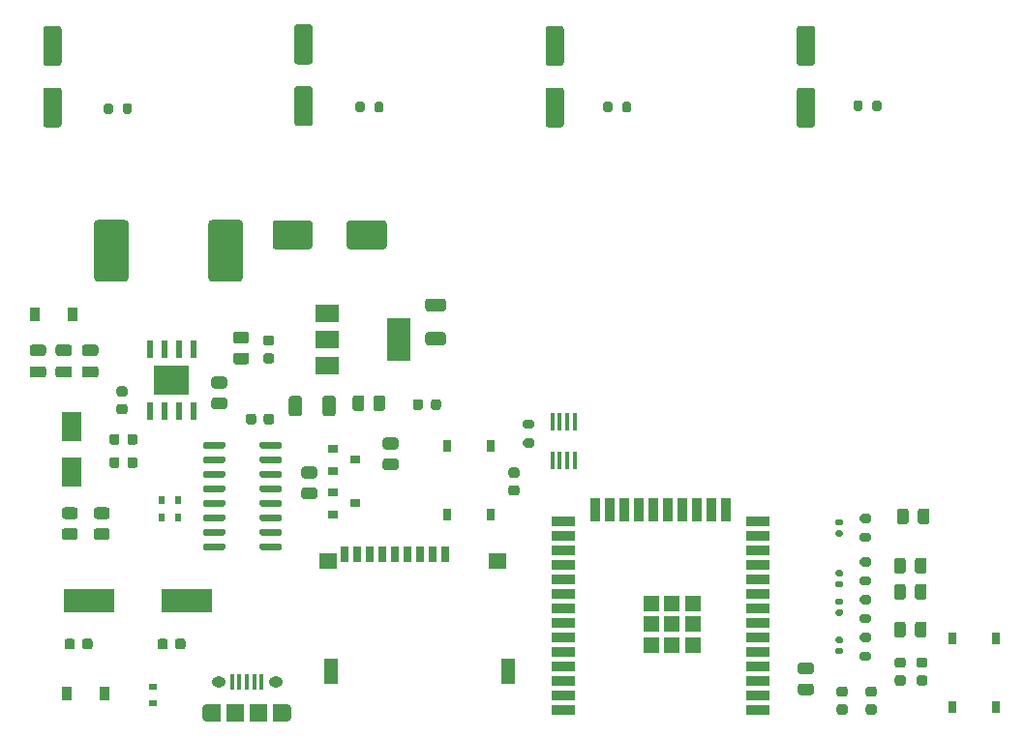
<source format=gtp>
G04 #@! TF.GenerationSoftware,KiCad,Pcbnew,(5.1.9)-1*
G04 #@! TF.CreationDate,2021-11-23T21:03:05+05:30*
G04 #@! TF.ProjectId,Onyx PCB,4f6e7978-2050-4434-922e-6b696361645f,rev?*
G04 #@! TF.SameCoordinates,Original*
G04 #@! TF.FileFunction,Paste,Top*
G04 #@! TF.FilePolarity,Positive*
%FSLAX46Y46*%
G04 Gerber Fmt 4.6, Leading zero omitted, Abs format (unit mm)*
G04 Created by KiCad (PCBNEW (5.1.9)-1) date 2021-11-23 21:03:05*
%MOMM*%
%LPD*%
G01*
G04 APERTURE LIST*
%ADD10R,1.330000X1.330000*%
%ADD11R,2.000000X0.900000*%
%ADD12R,0.900000X2.000000*%
%ADD13O,1.250000X0.950000*%
%ADD14R,1.200000X1.550000*%
%ADD15O,0.890000X1.550000*%
%ADD16R,1.500000X1.550000*%
%ADD17R,0.400000X1.350000*%
%ADD18R,4.500000X2.000000*%
%ADD19R,1.800000X2.500000*%
%ADD20R,2.000000X1.500000*%
%ADD21R,2.000000X3.800000*%
%ADD22R,0.300000X1.600000*%
%ADD23R,0.600000X1.550000*%
%ADD24R,3.100000X2.600000*%
%ADD25R,0.750000X1.000000*%
%ADD26R,0.900000X0.800000*%
%ADD27R,1.200000X2.200000*%
%ADD28R,1.600000X1.400000*%
%ADD29R,0.700000X1.400000*%
%ADD30R,0.900000X1.200000*%
%ADD31R,0.600000X0.700000*%
%ADD32R,0.700000X0.600000*%
G04 APERTURE END LIST*
D10*
X176965000Y-136260000D03*
X178800000Y-136260000D03*
X180635000Y-136260000D03*
X176965000Y-138095000D03*
X178800000Y-138095000D03*
X180635000Y-138095000D03*
X176965000Y-139930000D03*
X178800000Y-139930000D03*
X180635000Y-139930000D03*
D11*
X169300000Y-145595000D03*
X169300000Y-144325000D03*
X169300000Y-143055000D03*
X169300000Y-141785000D03*
X169300000Y-140515000D03*
X169300000Y-139245000D03*
X169300000Y-137975000D03*
X169300000Y-136705000D03*
X169300000Y-135435000D03*
X169300000Y-134165000D03*
X169300000Y-132895000D03*
X169300000Y-131625000D03*
X169300000Y-130355000D03*
X169300000Y-129085000D03*
D12*
X172085000Y-128085000D03*
X173355000Y-128085000D03*
X174625000Y-128085000D03*
X175895000Y-128085000D03*
X177165000Y-128085000D03*
X178435000Y-128085000D03*
X179705000Y-128085000D03*
X180975000Y-128085000D03*
X182245000Y-128085000D03*
X183515000Y-128085000D03*
D11*
X186300000Y-129085000D03*
X186300000Y-130355000D03*
X186300000Y-131625000D03*
X186300000Y-132895000D03*
X186300000Y-134165000D03*
X186300000Y-135435000D03*
X186300000Y-136705000D03*
X186300000Y-137975000D03*
X186300000Y-139245000D03*
X186300000Y-140515000D03*
X186300000Y-141785000D03*
X186300000Y-143055000D03*
X186300000Y-144325000D03*
X186300000Y-145595000D03*
G36*
G01*
X196465000Y-144455000D02*
X195965000Y-144455000D01*
G75*
G02*
X195740000Y-144230000I0J225000D01*
G01*
X195740000Y-143780000D01*
G75*
G02*
X195965000Y-143555000I225000J0D01*
G01*
X196465000Y-143555000D01*
G75*
G02*
X196690000Y-143780000I0J-225000D01*
G01*
X196690000Y-144230000D01*
G75*
G02*
X196465000Y-144455000I-225000J0D01*
G01*
G37*
G36*
G01*
X196465000Y-146005000D02*
X195965000Y-146005000D01*
G75*
G02*
X195740000Y-145780000I0J225000D01*
G01*
X195740000Y-145330000D01*
G75*
G02*
X195965000Y-145105000I225000J0D01*
G01*
X196465000Y-145105000D01*
G75*
G02*
X196690000Y-145330000I0J-225000D01*
G01*
X196690000Y-145780000D01*
G75*
G02*
X196465000Y-146005000I-225000J0D01*
G01*
G37*
G36*
G01*
X193925000Y-144455000D02*
X193425000Y-144455000D01*
G75*
G02*
X193200000Y-144230000I0J225000D01*
G01*
X193200000Y-143780000D01*
G75*
G02*
X193425000Y-143555000I225000J0D01*
G01*
X193925000Y-143555000D01*
G75*
G02*
X194150000Y-143780000I0J-225000D01*
G01*
X194150000Y-144230000D01*
G75*
G02*
X193925000Y-144455000I-225000J0D01*
G01*
G37*
G36*
G01*
X193925000Y-146005000D02*
X193425000Y-146005000D01*
G75*
G02*
X193200000Y-145780000I0J225000D01*
G01*
X193200000Y-145330000D01*
G75*
G02*
X193425000Y-145105000I225000J0D01*
G01*
X193925000Y-145105000D01*
G75*
G02*
X194150000Y-145330000I0J-225000D01*
G01*
X194150000Y-145780000D01*
G75*
G02*
X193925000Y-146005000I-225000J0D01*
G01*
G37*
D13*
X144105000Y-143126000D03*
X139105000Y-143126000D03*
D14*
X144505000Y-145826000D03*
X138705000Y-145826000D03*
D15*
X145105000Y-145826000D03*
D16*
X142605000Y-145826000D03*
X140605000Y-145826000D03*
D15*
X138105000Y-145826000D03*
D17*
X142905000Y-143126000D03*
X142255000Y-143126000D03*
X141605000Y-143126000D03*
X140955000Y-143126000D03*
X140305000Y-143126000D03*
G36*
G01*
X142724000Y-122578000D02*
X142724000Y-122278000D01*
G75*
G02*
X142874000Y-122128000I150000J0D01*
G01*
X144524000Y-122128000D01*
G75*
G02*
X144674000Y-122278000I0J-150000D01*
G01*
X144674000Y-122578000D01*
G75*
G02*
X144524000Y-122728000I-150000J0D01*
G01*
X142874000Y-122728000D01*
G75*
G02*
X142724000Y-122578000I0J150000D01*
G01*
G37*
G36*
G01*
X142724000Y-123848000D02*
X142724000Y-123548000D01*
G75*
G02*
X142874000Y-123398000I150000J0D01*
G01*
X144524000Y-123398000D01*
G75*
G02*
X144674000Y-123548000I0J-150000D01*
G01*
X144674000Y-123848000D01*
G75*
G02*
X144524000Y-123998000I-150000J0D01*
G01*
X142874000Y-123998000D01*
G75*
G02*
X142724000Y-123848000I0J150000D01*
G01*
G37*
G36*
G01*
X142724000Y-125118000D02*
X142724000Y-124818000D01*
G75*
G02*
X142874000Y-124668000I150000J0D01*
G01*
X144524000Y-124668000D01*
G75*
G02*
X144674000Y-124818000I0J-150000D01*
G01*
X144674000Y-125118000D01*
G75*
G02*
X144524000Y-125268000I-150000J0D01*
G01*
X142874000Y-125268000D01*
G75*
G02*
X142724000Y-125118000I0J150000D01*
G01*
G37*
G36*
G01*
X142724000Y-126388000D02*
X142724000Y-126088000D01*
G75*
G02*
X142874000Y-125938000I150000J0D01*
G01*
X144524000Y-125938000D01*
G75*
G02*
X144674000Y-126088000I0J-150000D01*
G01*
X144674000Y-126388000D01*
G75*
G02*
X144524000Y-126538000I-150000J0D01*
G01*
X142874000Y-126538000D01*
G75*
G02*
X142724000Y-126388000I0J150000D01*
G01*
G37*
G36*
G01*
X142724000Y-127658000D02*
X142724000Y-127358000D01*
G75*
G02*
X142874000Y-127208000I150000J0D01*
G01*
X144524000Y-127208000D01*
G75*
G02*
X144674000Y-127358000I0J-150000D01*
G01*
X144674000Y-127658000D01*
G75*
G02*
X144524000Y-127808000I-150000J0D01*
G01*
X142874000Y-127808000D01*
G75*
G02*
X142724000Y-127658000I0J150000D01*
G01*
G37*
G36*
G01*
X142724000Y-128928000D02*
X142724000Y-128628000D01*
G75*
G02*
X142874000Y-128478000I150000J0D01*
G01*
X144524000Y-128478000D01*
G75*
G02*
X144674000Y-128628000I0J-150000D01*
G01*
X144674000Y-128928000D01*
G75*
G02*
X144524000Y-129078000I-150000J0D01*
G01*
X142874000Y-129078000D01*
G75*
G02*
X142724000Y-128928000I0J150000D01*
G01*
G37*
G36*
G01*
X142724000Y-130198000D02*
X142724000Y-129898000D01*
G75*
G02*
X142874000Y-129748000I150000J0D01*
G01*
X144524000Y-129748000D01*
G75*
G02*
X144674000Y-129898000I0J-150000D01*
G01*
X144674000Y-130198000D01*
G75*
G02*
X144524000Y-130348000I-150000J0D01*
G01*
X142874000Y-130348000D01*
G75*
G02*
X142724000Y-130198000I0J150000D01*
G01*
G37*
G36*
G01*
X142724000Y-131468000D02*
X142724000Y-131168000D01*
G75*
G02*
X142874000Y-131018000I150000J0D01*
G01*
X144524000Y-131018000D01*
G75*
G02*
X144674000Y-131168000I0J-150000D01*
G01*
X144674000Y-131468000D01*
G75*
G02*
X144524000Y-131618000I-150000J0D01*
G01*
X142874000Y-131618000D01*
G75*
G02*
X142724000Y-131468000I0J150000D01*
G01*
G37*
G36*
G01*
X137774000Y-131468000D02*
X137774000Y-131168000D01*
G75*
G02*
X137924000Y-131018000I150000J0D01*
G01*
X139574000Y-131018000D01*
G75*
G02*
X139724000Y-131168000I0J-150000D01*
G01*
X139724000Y-131468000D01*
G75*
G02*
X139574000Y-131618000I-150000J0D01*
G01*
X137924000Y-131618000D01*
G75*
G02*
X137774000Y-131468000I0J150000D01*
G01*
G37*
G36*
G01*
X137774000Y-130198000D02*
X137774000Y-129898000D01*
G75*
G02*
X137924000Y-129748000I150000J0D01*
G01*
X139574000Y-129748000D01*
G75*
G02*
X139724000Y-129898000I0J-150000D01*
G01*
X139724000Y-130198000D01*
G75*
G02*
X139574000Y-130348000I-150000J0D01*
G01*
X137924000Y-130348000D01*
G75*
G02*
X137774000Y-130198000I0J150000D01*
G01*
G37*
G36*
G01*
X137774000Y-128928000D02*
X137774000Y-128628000D01*
G75*
G02*
X137924000Y-128478000I150000J0D01*
G01*
X139574000Y-128478000D01*
G75*
G02*
X139724000Y-128628000I0J-150000D01*
G01*
X139724000Y-128928000D01*
G75*
G02*
X139574000Y-129078000I-150000J0D01*
G01*
X137924000Y-129078000D01*
G75*
G02*
X137774000Y-128928000I0J150000D01*
G01*
G37*
G36*
G01*
X137774000Y-127658000D02*
X137774000Y-127358000D01*
G75*
G02*
X137924000Y-127208000I150000J0D01*
G01*
X139574000Y-127208000D01*
G75*
G02*
X139724000Y-127358000I0J-150000D01*
G01*
X139724000Y-127658000D01*
G75*
G02*
X139574000Y-127808000I-150000J0D01*
G01*
X137924000Y-127808000D01*
G75*
G02*
X137774000Y-127658000I0J150000D01*
G01*
G37*
G36*
G01*
X137774000Y-126388000D02*
X137774000Y-126088000D01*
G75*
G02*
X137924000Y-125938000I150000J0D01*
G01*
X139574000Y-125938000D01*
G75*
G02*
X139724000Y-126088000I0J-150000D01*
G01*
X139724000Y-126388000D01*
G75*
G02*
X139574000Y-126538000I-150000J0D01*
G01*
X137924000Y-126538000D01*
G75*
G02*
X137774000Y-126388000I0J150000D01*
G01*
G37*
G36*
G01*
X137774000Y-125118000D02*
X137774000Y-124818000D01*
G75*
G02*
X137924000Y-124668000I150000J0D01*
G01*
X139574000Y-124668000D01*
G75*
G02*
X139724000Y-124818000I0J-150000D01*
G01*
X139724000Y-125118000D01*
G75*
G02*
X139574000Y-125268000I-150000J0D01*
G01*
X137924000Y-125268000D01*
G75*
G02*
X137774000Y-125118000I0J150000D01*
G01*
G37*
G36*
G01*
X137774000Y-123848000D02*
X137774000Y-123548000D01*
G75*
G02*
X137924000Y-123398000I150000J0D01*
G01*
X139574000Y-123398000D01*
G75*
G02*
X139724000Y-123548000I0J-150000D01*
G01*
X139724000Y-123848000D01*
G75*
G02*
X139574000Y-123998000I-150000J0D01*
G01*
X137924000Y-123998000D01*
G75*
G02*
X137774000Y-123848000I0J150000D01*
G01*
G37*
G36*
G01*
X137774000Y-122578000D02*
X137774000Y-122278000D01*
G75*
G02*
X137924000Y-122128000I150000J0D01*
G01*
X139574000Y-122128000D01*
G75*
G02*
X139724000Y-122278000I0J-150000D01*
G01*
X139724000Y-122578000D01*
G75*
G02*
X139574000Y-122728000I-150000J0D01*
G01*
X137924000Y-122728000D01*
G75*
G02*
X137774000Y-122578000I0J150000D01*
G01*
G37*
D18*
X136330000Y-136017000D03*
X127830000Y-136017000D03*
G36*
G01*
X129355002Y-128886000D02*
X128454998Y-128886000D01*
G75*
G02*
X128205000Y-128636002I0J249998D01*
G01*
X128205000Y-128110998D01*
G75*
G02*
X128454998Y-127861000I249998J0D01*
G01*
X129355002Y-127861000D01*
G75*
G02*
X129605000Y-128110998I0J-249998D01*
G01*
X129605000Y-128636002D01*
G75*
G02*
X129355002Y-128886000I-249998J0D01*
G01*
G37*
G36*
G01*
X129355002Y-130711000D02*
X128454998Y-130711000D01*
G75*
G02*
X128205000Y-130461002I0J249998D01*
G01*
X128205000Y-129935998D01*
G75*
G02*
X128454998Y-129686000I249998J0D01*
G01*
X129355002Y-129686000D01*
G75*
G02*
X129605000Y-129935998I0J-249998D01*
G01*
X129605000Y-130461002D01*
G75*
G02*
X129355002Y-130711000I-249998J0D01*
G01*
G37*
G36*
G01*
X126561002Y-128886000D02*
X125660998Y-128886000D01*
G75*
G02*
X125411000Y-128636002I0J249998D01*
G01*
X125411000Y-128110998D01*
G75*
G02*
X125660998Y-127861000I249998J0D01*
G01*
X126561002Y-127861000D01*
G75*
G02*
X126811000Y-128110998I0J-249998D01*
G01*
X126811000Y-128636002D01*
G75*
G02*
X126561002Y-128886000I-249998J0D01*
G01*
G37*
G36*
G01*
X126561002Y-130711000D02*
X125660998Y-130711000D01*
G75*
G02*
X125411000Y-130461002I0J249998D01*
G01*
X125411000Y-129935998D01*
G75*
G02*
X125660998Y-129686000I249998J0D01*
G01*
X126561002Y-129686000D01*
G75*
G02*
X126811000Y-129935998I0J-249998D01*
G01*
X126811000Y-130461002D01*
G75*
G02*
X126561002Y-130711000I-249998J0D01*
G01*
G37*
G36*
G01*
X130460000Y-123695750D02*
X130460000Y-124208250D01*
G75*
G02*
X130241250Y-124427000I-218750J0D01*
G01*
X129803750Y-124427000D01*
G75*
G02*
X129585000Y-124208250I0J218750D01*
G01*
X129585000Y-123695750D01*
G75*
G02*
X129803750Y-123477000I218750J0D01*
G01*
X130241250Y-123477000D01*
G75*
G02*
X130460000Y-123695750I0J-218750D01*
G01*
G37*
G36*
G01*
X132035000Y-123695750D02*
X132035000Y-124208250D01*
G75*
G02*
X131816250Y-124427000I-218750J0D01*
G01*
X131378750Y-124427000D01*
G75*
G02*
X131160000Y-124208250I0J218750D01*
G01*
X131160000Y-123695750D01*
G75*
G02*
X131378750Y-123477000I218750J0D01*
G01*
X131816250Y-123477000D01*
G75*
G02*
X132035000Y-123695750I0J-218750D01*
G01*
G37*
G36*
G01*
X130460000Y-121663750D02*
X130460000Y-122176250D01*
G75*
G02*
X130241250Y-122395000I-218750J0D01*
G01*
X129803750Y-122395000D01*
G75*
G02*
X129585000Y-122176250I0J218750D01*
G01*
X129585000Y-121663750D01*
G75*
G02*
X129803750Y-121445000I218750J0D01*
G01*
X130241250Y-121445000D01*
G75*
G02*
X130460000Y-121663750I0J-218750D01*
G01*
G37*
G36*
G01*
X132035000Y-121663750D02*
X132035000Y-122176250D01*
G75*
G02*
X131816250Y-122395000I-218750J0D01*
G01*
X131378750Y-122395000D01*
G75*
G02*
X131160000Y-122176250I0J218750D01*
G01*
X131160000Y-121663750D01*
G75*
G02*
X131378750Y-121445000I218750J0D01*
G01*
X131816250Y-121445000D01*
G75*
G02*
X132035000Y-121663750I0J-218750D01*
G01*
G37*
G36*
G01*
X142423000Y-119892000D02*
X142423000Y-120392000D01*
G75*
G02*
X142198000Y-120617000I-225000J0D01*
G01*
X141748000Y-120617000D01*
G75*
G02*
X141523000Y-120392000I0J225000D01*
G01*
X141523000Y-119892000D01*
G75*
G02*
X141748000Y-119667000I225000J0D01*
G01*
X142198000Y-119667000D01*
G75*
G02*
X142423000Y-119892000I0J-225000D01*
G01*
G37*
G36*
G01*
X143973000Y-119892000D02*
X143973000Y-120392000D01*
G75*
G02*
X143748000Y-120617000I-225000J0D01*
G01*
X143298000Y-120617000D01*
G75*
G02*
X143073000Y-120392000I0J225000D01*
G01*
X143073000Y-119892000D01*
G75*
G02*
X143298000Y-119667000I225000J0D01*
G01*
X143748000Y-119667000D01*
G75*
G02*
X143973000Y-119892000I0J-225000D01*
G01*
G37*
G36*
G01*
X135326000Y-140077000D02*
X135326000Y-139577000D01*
G75*
G02*
X135551000Y-139352000I225000J0D01*
G01*
X136001000Y-139352000D01*
G75*
G02*
X136226000Y-139577000I0J-225000D01*
G01*
X136226000Y-140077000D01*
G75*
G02*
X136001000Y-140302000I-225000J0D01*
G01*
X135551000Y-140302000D01*
G75*
G02*
X135326000Y-140077000I0J225000D01*
G01*
G37*
G36*
G01*
X133776000Y-140077000D02*
X133776000Y-139577000D01*
G75*
G02*
X134001000Y-139352000I225000J0D01*
G01*
X134451000Y-139352000D01*
G75*
G02*
X134676000Y-139577000I0J-225000D01*
G01*
X134676000Y-140077000D01*
G75*
G02*
X134451000Y-140302000I-225000J0D01*
G01*
X134001000Y-140302000D01*
G75*
G02*
X133776000Y-140077000I0J225000D01*
G01*
G37*
G36*
G01*
X127198000Y-140077000D02*
X127198000Y-139577000D01*
G75*
G02*
X127423000Y-139352000I225000J0D01*
G01*
X127873000Y-139352000D01*
G75*
G02*
X128098000Y-139577000I0J-225000D01*
G01*
X128098000Y-140077000D01*
G75*
G02*
X127873000Y-140302000I-225000J0D01*
G01*
X127423000Y-140302000D01*
G75*
G02*
X127198000Y-140077000I0J225000D01*
G01*
G37*
G36*
G01*
X125648000Y-140077000D02*
X125648000Y-139577000D01*
G75*
G02*
X125873000Y-139352000I225000J0D01*
G01*
X126323000Y-139352000D01*
G75*
G02*
X126548000Y-139577000I0J-225000D01*
G01*
X126548000Y-140077000D01*
G75*
G02*
X126323000Y-140302000I-225000J0D01*
G01*
X125873000Y-140302000D01*
G75*
G02*
X125648000Y-140077000I0J225000D01*
G01*
G37*
G36*
G01*
X143760000Y-113721000D02*
X143260000Y-113721000D01*
G75*
G02*
X143035000Y-113496000I0J225000D01*
G01*
X143035000Y-113046000D01*
G75*
G02*
X143260000Y-112821000I225000J0D01*
G01*
X143760000Y-112821000D01*
G75*
G02*
X143985000Y-113046000I0J-225000D01*
G01*
X143985000Y-113496000D01*
G75*
G02*
X143760000Y-113721000I-225000J0D01*
G01*
G37*
G36*
G01*
X143760000Y-115271000D02*
X143260000Y-115271000D01*
G75*
G02*
X143035000Y-115046000I0J225000D01*
G01*
X143035000Y-114596000D01*
G75*
G02*
X143260000Y-114371000I225000J0D01*
G01*
X143760000Y-114371000D01*
G75*
G02*
X143985000Y-114596000I0J-225000D01*
G01*
X143985000Y-115046000D01*
G75*
G02*
X143760000Y-115271000I-225000J0D01*
G01*
G37*
G36*
G01*
X195982000Y-139656000D02*
X195432000Y-139656000D01*
G75*
G02*
X195232000Y-139456000I0J200000D01*
G01*
X195232000Y-139056000D01*
G75*
G02*
X195432000Y-138856000I200000J0D01*
G01*
X195982000Y-138856000D01*
G75*
G02*
X196182000Y-139056000I0J-200000D01*
G01*
X196182000Y-139456000D01*
G75*
G02*
X195982000Y-139656000I-200000J0D01*
G01*
G37*
G36*
G01*
X195982000Y-141306000D02*
X195432000Y-141306000D01*
G75*
G02*
X195232000Y-141106000I0J200000D01*
G01*
X195232000Y-140706000D01*
G75*
G02*
X195432000Y-140506000I200000J0D01*
G01*
X195982000Y-140506000D01*
G75*
G02*
X196182000Y-140706000I0J-200000D01*
G01*
X196182000Y-141106000D01*
G75*
G02*
X195982000Y-141306000I-200000J0D01*
G01*
G37*
G36*
G01*
X195432000Y-130092000D02*
X195982000Y-130092000D01*
G75*
G02*
X196182000Y-130292000I0J-200000D01*
G01*
X196182000Y-130692000D01*
G75*
G02*
X195982000Y-130892000I-200000J0D01*
G01*
X195432000Y-130892000D01*
G75*
G02*
X195232000Y-130692000I0J200000D01*
G01*
X195232000Y-130292000D01*
G75*
G02*
X195432000Y-130092000I200000J0D01*
G01*
G37*
G36*
G01*
X195432000Y-128442000D02*
X195982000Y-128442000D01*
G75*
G02*
X196182000Y-128642000I0J-200000D01*
G01*
X196182000Y-129042000D01*
G75*
G02*
X195982000Y-129242000I-200000J0D01*
G01*
X195432000Y-129242000D01*
G75*
G02*
X195232000Y-129042000I0J200000D01*
G01*
X195232000Y-128642000D01*
G75*
G02*
X195432000Y-128442000I200000J0D01*
G01*
G37*
G36*
G01*
X195982000Y-133052000D02*
X195432000Y-133052000D01*
G75*
G02*
X195232000Y-132852000I0J200000D01*
G01*
X195232000Y-132452000D01*
G75*
G02*
X195432000Y-132252000I200000J0D01*
G01*
X195982000Y-132252000D01*
G75*
G02*
X196182000Y-132452000I0J-200000D01*
G01*
X196182000Y-132852000D01*
G75*
G02*
X195982000Y-133052000I-200000J0D01*
G01*
G37*
G36*
G01*
X195982000Y-134702000D02*
X195432000Y-134702000D01*
G75*
G02*
X195232000Y-134502000I0J200000D01*
G01*
X195232000Y-134102000D01*
G75*
G02*
X195432000Y-133902000I200000J0D01*
G01*
X195982000Y-133902000D01*
G75*
G02*
X196182000Y-134102000I0J-200000D01*
G01*
X196182000Y-134502000D01*
G75*
G02*
X195982000Y-134702000I-200000J0D01*
G01*
G37*
G36*
G01*
X195432000Y-137204000D02*
X195982000Y-137204000D01*
G75*
G02*
X196182000Y-137404000I0J-200000D01*
G01*
X196182000Y-137804000D01*
G75*
G02*
X195982000Y-138004000I-200000J0D01*
G01*
X195432000Y-138004000D01*
G75*
G02*
X195232000Y-137804000I0J200000D01*
G01*
X195232000Y-137404000D01*
G75*
G02*
X195432000Y-137204000I200000J0D01*
G01*
G37*
G36*
G01*
X195432000Y-135554000D02*
X195982000Y-135554000D01*
G75*
G02*
X196182000Y-135754000I0J-200000D01*
G01*
X196182000Y-136154000D01*
G75*
G02*
X195982000Y-136354000I-200000J0D01*
G01*
X195432000Y-136354000D01*
G75*
G02*
X195232000Y-136154000I0J200000D01*
G01*
X195232000Y-135754000D01*
G75*
G02*
X195432000Y-135554000I200000J0D01*
G01*
G37*
G36*
G01*
X200298000Y-129101002D02*
X200298000Y-128200998D01*
G75*
G02*
X200547998Y-127951000I249998J0D01*
G01*
X201073002Y-127951000D01*
G75*
G02*
X201323000Y-128200998I0J-249998D01*
G01*
X201323000Y-129101002D01*
G75*
G02*
X201073002Y-129351000I-249998J0D01*
G01*
X200547998Y-129351000D01*
G75*
G02*
X200298000Y-129101002I0J249998D01*
G01*
G37*
G36*
G01*
X198473000Y-129101002D02*
X198473000Y-128200998D01*
G75*
G02*
X198722998Y-127951000I249998J0D01*
G01*
X199248002Y-127951000D01*
G75*
G02*
X199498000Y-128200998I0J-249998D01*
G01*
X199498000Y-129101002D01*
G75*
G02*
X199248002Y-129351000I-249998J0D01*
G01*
X198722998Y-129351000D01*
G75*
G02*
X198473000Y-129101002I0J249998D01*
G01*
G37*
G36*
G01*
X200044000Y-135705002D02*
X200044000Y-134804998D01*
G75*
G02*
X200293998Y-134555000I249998J0D01*
G01*
X200819002Y-134555000D01*
G75*
G02*
X201069000Y-134804998I0J-249998D01*
G01*
X201069000Y-135705002D01*
G75*
G02*
X200819002Y-135955000I-249998J0D01*
G01*
X200293998Y-135955000D01*
G75*
G02*
X200044000Y-135705002I0J249998D01*
G01*
G37*
G36*
G01*
X198219000Y-135705002D02*
X198219000Y-134804998D01*
G75*
G02*
X198468998Y-134555000I249998J0D01*
G01*
X198994002Y-134555000D01*
G75*
G02*
X199244000Y-134804998I0J-249998D01*
G01*
X199244000Y-135705002D01*
G75*
G02*
X198994002Y-135955000I-249998J0D01*
G01*
X198468998Y-135955000D01*
G75*
G02*
X198219000Y-135705002I0J249998D01*
G01*
G37*
G36*
G01*
X200044000Y-133419002D02*
X200044000Y-132518998D01*
G75*
G02*
X200293998Y-132269000I249998J0D01*
G01*
X200819002Y-132269000D01*
G75*
G02*
X201069000Y-132518998I0J-249998D01*
G01*
X201069000Y-133419002D01*
G75*
G02*
X200819002Y-133669000I-249998J0D01*
G01*
X200293998Y-133669000D01*
G75*
G02*
X200044000Y-133419002I0J249998D01*
G01*
G37*
G36*
G01*
X198219000Y-133419002D02*
X198219000Y-132518998D01*
G75*
G02*
X198468998Y-132269000I249998J0D01*
G01*
X198994002Y-132269000D01*
G75*
G02*
X199244000Y-132518998I0J-249998D01*
G01*
X199244000Y-133419002D01*
G75*
G02*
X198994002Y-133669000I-249998J0D01*
G01*
X198468998Y-133669000D01*
G75*
G02*
X198219000Y-133419002I0J249998D01*
G01*
G37*
G36*
G01*
X200044000Y-139007002D02*
X200044000Y-138106998D01*
G75*
G02*
X200293998Y-137857000I249998J0D01*
G01*
X200819002Y-137857000D01*
G75*
G02*
X201069000Y-138106998I0J-249998D01*
G01*
X201069000Y-139007002D01*
G75*
G02*
X200819002Y-139257000I-249998J0D01*
G01*
X200293998Y-139257000D01*
G75*
G02*
X200044000Y-139007002I0J249998D01*
G01*
G37*
G36*
G01*
X198219000Y-139007002D02*
X198219000Y-138106998D01*
G75*
G02*
X198468998Y-137857000I249998J0D01*
G01*
X198994002Y-137857000D01*
G75*
G02*
X199244000Y-138106998I0J-249998D01*
G01*
X199244000Y-139007002D01*
G75*
G02*
X198994002Y-139257000I-249998J0D01*
G01*
X198468998Y-139257000D01*
G75*
G02*
X198219000Y-139007002I0J249998D01*
G01*
G37*
G36*
G01*
X166518000Y-120987000D02*
X165968000Y-120987000D01*
G75*
G02*
X165768000Y-120787000I0J200000D01*
G01*
X165768000Y-120387000D01*
G75*
G02*
X165968000Y-120187000I200000J0D01*
G01*
X166518000Y-120187000D01*
G75*
G02*
X166718000Y-120387000I0J-200000D01*
G01*
X166718000Y-120787000D01*
G75*
G02*
X166518000Y-120987000I-200000J0D01*
G01*
G37*
G36*
G01*
X166518000Y-122637000D02*
X165968000Y-122637000D01*
G75*
G02*
X165768000Y-122437000I0J200000D01*
G01*
X165768000Y-122037000D01*
G75*
G02*
X165968000Y-121837000I200000J0D01*
G01*
X166518000Y-121837000D01*
G75*
G02*
X166718000Y-122037000I0J-200000D01*
G01*
X166718000Y-122437000D01*
G75*
G02*
X166518000Y-122637000I-200000J0D01*
G01*
G37*
G36*
G01*
X152673000Y-119195002D02*
X152673000Y-118294998D01*
G75*
G02*
X152922998Y-118045000I249998J0D01*
G01*
X153448002Y-118045000D01*
G75*
G02*
X153698000Y-118294998I0J-249998D01*
G01*
X153698000Y-119195002D01*
G75*
G02*
X153448002Y-119445000I-249998J0D01*
G01*
X152922998Y-119445000D01*
G75*
G02*
X152673000Y-119195002I0J249998D01*
G01*
G37*
G36*
G01*
X150848000Y-119195002D02*
X150848000Y-118294998D01*
G75*
G02*
X151097998Y-118045000I249998J0D01*
G01*
X151623002Y-118045000D01*
G75*
G02*
X151873000Y-118294998I0J-249998D01*
G01*
X151873000Y-119195002D01*
G75*
G02*
X151623002Y-119445000I-249998J0D01*
G01*
X151097998Y-119445000D01*
G75*
G02*
X150848000Y-119195002I0J249998D01*
G01*
G37*
G36*
G01*
X195472000Y-92435000D02*
X195472000Y-92985000D01*
G75*
G02*
X195272000Y-93185000I-200000J0D01*
G01*
X194872000Y-93185000D01*
G75*
G02*
X194672000Y-92985000I0J200000D01*
G01*
X194672000Y-92435000D01*
G75*
G02*
X194872000Y-92235000I200000J0D01*
G01*
X195272000Y-92235000D01*
G75*
G02*
X195472000Y-92435000I0J-200000D01*
G01*
G37*
G36*
G01*
X197122000Y-92435000D02*
X197122000Y-92985000D01*
G75*
G02*
X196922000Y-93185000I-200000J0D01*
G01*
X196522000Y-93185000D01*
G75*
G02*
X196322000Y-92985000I0J200000D01*
G01*
X196322000Y-92435000D01*
G75*
G02*
X196522000Y-92235000I200000J0D01*
G01*
X196922000Y-92235000D01*
G75*
G02*
X197122000Y-92435000I0J-200000D01*
G01*
G37*
G36*
G01*
X139642002Y-117456000D02*
X138741998Y-117456000D01*
G75*
G02*
X138492000Y-117206002I0J249998D01*
G01*
X138492000Y-116680998D01*
G75*
G02*
X138741998Y-116431000I249998J0D01*
G01*
X139642002Y-116431000D01*
G75*
G02*
X139892000Y-116680998I0J-249998D01*
G01*
X139892000Y-117206002D01*
G75*
G02*
X139642002Y-117456000I-249998J0D01*
G01*
G37*
G36*
G01*
X139642002Y-119281000D02*
X138741998Y-119281000D01*
G75*
G02*
X138492000Y-119031002I0J249998D01*
G01*
X138492000Y-118505998D01*
G75*
G02*
X138741998Y-118256000I249998J0D01*
G01*
X139642002Y-118256000D01*
G75*
G02*
X139892000Y-118505998I0J-249998D01*
G01*
X139892000Y-119031002D01*
G75*
G02*
X139642002Y-119281000I-249998J0D01*
G01*
G37*
G36*
G01*
X140646998Y-114319000D02*
X141547002Y-114319000D01*
G75*
G02*
X141797000Y-114568998I0J-249998D01*
G01*
X141797000Y-115094002D01*
G75*
G02*
X141547002Y-115344000I-249998J0D01*
G01*
X140646998Y-115344000D01*
G75*
G02*
X140397000Y-115094002I0J249998D01*
G01*
X140397000Y-114568998D01*
G75*
G02*
X140646998Y-114319000I249998J0D01*
G01*
G37*
G36*
G01*
X140646998Y-112494000D02*
X141547002Y-112494000D01*
G75*
G02*
X141797000Y-112743998I0J-249998D01*
G01*
X141797000Y-113269002D01*
G75*
G02*
X141547002Y-113519000I-249998J0D01*
G01*
X140646998Y-113519000D01*
G75*
G02*
X140397000Y-113269002I0J249998D01*
G01*
X140397000Y-112743998D01*
G75*
G02*
X140646998Y-112494000I249998J0D01*
G01*
G37*
G36*
G01*
X153727998Y-123590000D02*
X154628002Y-123590000D01*
G75*
G02*
X154878000Y-123839998I0J-249998D01*
G01*
X154878000Y-124365002D01*
G75*
G02*
X154628002Y-124615000I-249998J0D01*
G01*
X153727998Y-124615000D01*
G75*
G02*
X153478000Y-124365002I0J249998D01*
G01*
X153478000Y-123839998D01*
G75*
G02*
X153727998Y-123590000I249998J0D01*
G01*
G37*
G36*
G01*
X153727998Y-121765000D02*
X154628002Y-121765000D01*
G75*
G02*
X154878000Y-122014998I0J-249998D01*
G01*
X154878000Y-122540002D01*
G75*
G02*
X154628002Y-122790000I-249998J0D01*
G01*
X153727998Y-122790000D01*
G75*
G02*
X153478000Y-122540002I0J249998D01*
G01*
X153478000Y-122014998D01*
G75*
G02*
X153727998Y-121765000I249998J0D01*
G01*
G37*
G36*
G01*
X147516002Y-125330000D02*
X146615998Y-125330000D01*
G75*
G02*
X146366000Y-125080002I0J249998D01*
G01*
X146366000Y-124554998D01*
G75*
G02*
X146615998Y-124305000I249998J0D01*
G01*
X147516002Y-124305000D01*
G75*
G02*
X147766000Y-124554998I0J-249998D01*
G01*
X147766000Y-125080002D01*
G75*
G02*
X147516002Y-125330000I-249998J0D01*
G01*
G37*
G36*
G01*
X147516002Y-127155000D02*
X146615998Y-127155000D01*
G75*
G02*
X146366000Y-126905002I0J249998D01*
G01*
X146366000Y-126379998D01*
G75*
G02*
X146615998Y-126130000I249998J0D01*
G01*
X147516002Y-126130000D01*
G75*
G02*
X147766000Y-126379998I0J-249998D01*
G01*
X147766000Y-126905002D01*
G75*
G02*
X147516002Y-127155000I-249998J0D01*
G01*
G37*
G36*
G01*
X173565000Y-92562000D02*
X173565000Y-93112000D01*
G75*
G02*
X173365000Y-93312000I-200000J0D01*
G01*
X172965000Y-93312000D01*
G75*
G02*
X172765000Y-93112000I0J200000D01*
G01*
X172765000Y-92562000D01*
G75*
G02*
X172965000Y-92362000I200000J0D01*
G01*
X173365000Y-92362000D01*
G75*
G02*
X173565000Y-92562000I0J-200000D01*
G01*
G37*
G36*
G01*
X175215000Y-92562000D02*
X175215000Y-93112000D01*
G75*
G02*
X175015000Y-93312000I-200000J0D01*
G01*
X174615000Y-93312000D01*
G75*
G02*
X174415000Y-93112000I0J200000D01*
G01*
X174415000Y-92562000D01*
G75*
G02*
X174615000Y-92362000I200000J0D01*
G01*
X175015000Y-92362000D01*
G75*
G02*
X175215000Y-92562000I0J-200000D01*
G01*
G37*
G36*
G01*
X151911000Y-92562000D02*
X151911000Y-93112000D01*
G75*
G02*
X151711000Y-93312000I-200000J0D01*
G01*
X151311000Y-93312000D01*
G75*
G02*
X151111000Y-93112000I0J200000D01*
G01*
X151111000Y-92562000D01*
G75*
G02*
X151311000Y-92362000I200000J0D01*
G01*
X151711000Y-92362000D01*
G75*
G02*
X151911000Y-92562000I0J-200000D01*
G01*
G37*
G36*
G01*
X153561000Y-92562000D02*
X153561000Y-93112000D01*
G75*
G02*
X153361000Y-93312000I-200000J0D01*
G01*
X152961000Y-93312000D01*
G75*
G02*
X152761000Y-93112000I0J200000D01*
G01*
X152761000Y-92562000D01*
G75*
G02*
X152961000Y-92362000I200000J0D01*
G01*
X153361000Y-92362000D01*
G75*
G02*
X153561000Y-92562000I0J-200000D01*
G01*
G37*
G36*
G01*
X190950002Y-142475000D02*
X190049998Y-142475000D01*
G75*
G02*
X189800000Y-142225002I0J249998D01*
G01*
X189800000Y-141699998D01*
G75*
G02*
X190049998Y-141450000I249998J0D01*
G01*
X190950002Y-141450000D01*
G75*
G02*
X191200000Y-141699998I0J-249998D01*
G01*
X191200000Y-142225002D01*
G75*
G02*
X190950002Y-142475000I-249998J0D01*
G01*
G37*
G36*
G01*
X190950002Y-144300000D02*
X190049998Y-144300000D01*
G75*
G02*
X189800000Y-144050002I0J249998D01*
G01*
X189800000Y-143524998D01*
G75*
G02*
X190049998Y-143275000I249998J0D01*
G01*
X190950002Y-143275000D01*
G75*
G02*
X191200000Y-143524998I0J-249998D01*
G01*
X191200000Y-144050002D01*
G75*
G02*
X190950002Y-144300000I-249998J0D01*
G01*
G37*
G36*
G01*
X129877000Y-92689000D02*
X129877000Y-93239000D01*
G75*
G02*
X129677000Y-93439000I-200000J0D01*
G01*
X129277000Y-93439000D01*
G75*
G02*
X129077000Y-93239000I0J200000D01*
G01*
X129077000Y-92689000D01*
G75*
G02*
X129277000Y-92489000I200000J0D01*
G01*
X129677000Y-92489000D01*
G75*
G02*
X129877000Y-92689000I0J-200000D01*
G01*
G37*
G36*
G01*
X131527000Y-92689000D02*
X131527000Y-93239000D01*
G75*
G02*
X131327000Y-93439000I-200000J0D01*
G01*
X130927000Y-93439000D01*
G75*
G02*
X130727000Y-93239000I0J200000D01*
G01*
X130727000Y-92689000D01*
G75*
G02*
X130927000Y-92489000I200000J0D01*
G01*
X131327000Y-92489000D01*
G75*
G02*
X131527000Y-92689000I0J-200000D01*
G01*
G37*
G36*
G01*
X138247000Y-107810000D02*
X138247000Y-103010000D01*
G75*
G02*
X138547000Y-102710000I300000J0D01*
G01*
X140947000Y-102710000D01*
G75*
G02*
X141247000Y-103010000I0J-300000D01*
G01*
X141247000Y-107810000D01*
G75*
G02*
X140947000Y-108110000I-300000J0D01*
G01*
X138547000Y-108110000D01*
G75*
G02*
X138247000Y-107810000I0J300000D01*
G01*
G37*
G36*
G01*
X128247000Y-107810000D02*
X128247000Y-103010000D01*
G75*
G02*
X128547000Y-102710000I300000J0D01*
G01*
X130947000Y-102710000D01*
G75*
G02*
X131247000Y-103010000I0J-300000D01*
G01*
X131247000Y-107810000D01*
G75*
G02*
X130947000Y-108110000I-300000J0D01*
G01*
X128547000Y-108110000D01*
G75*
G02*
X128247000Y-107810000I0J300000D01*
G01*
G37*
D19*
X126238000Y-124809000D03*
X126238000Y-120809000D03*
G36*
G01*
X130933000Y-118166000D02*
X130433000Y-118166000D01*
G75*
G02*
X130208000Y-117941000I0J225000D01*
G01*
X130208000Y-117491000D01*
G75*
G02*
X130433000Y-117266000I225000J0D01*
G01*
X130933000Y-117266000D01*
G75*
G02*
X131158000Y-117491000I0J-225000D01*
G01*
X131158000Y-117941000D01*
G75*
G02*
X130933000Y-118166000I-225000J0D01*
G01*
G37*
G36*
G01*
X130933000Y-119716000D02*
X130433000Y-119716000D01*
G75*
G02*
X130208000Y-119491000I0J225000D01*
G01*
X130208000Y-119041000D01*
G75*
G02*
X130433000Y-118816000I225000J0D01*
G01*
X130933000Y-118816000D01*
G75*
G02*
X131158000Y-119041000I0J-225000D01*
G01*
X131158000Y-119491000D01*
G75*
G02*
X130933000Y-119716000I-225000J0D01*
G01*
G37*
D20*
X148615000Y-110857000D03*
X148615000Y-115457000D03*
X148615000Y-113157000D03*
D21*
X154915000Y-113157000D03*
D22*
X168316000Y-120347000D03*
X168966000Y-120347000D03*
X169616000Y-120347000D03*
X170266000Y-120347000D03*
X170266000Y-123747000D03*
X169616000Y-123747000D03*
X168966000Y-123747000D03*
X168316000Y-123747000D03*
D23*
X133096000Y-114013000D03*
X134366000Y-114013000D03*
X135636000Y-114013000D03*
X136906000Y-114013000D03*
X136906000Y-119413000D03*
X135636000Y-119413000D03*
X134366000Y-119413000D03*
X133096000Y-119413000D03*
D24*
X135001000Y-116713000D03*
D25*
X203357000Y-145367000D03*
X203357000Y-139367000D03*
X207107000Y-145367000D03*
X207107000Y-139367000D03*
X162911000Y-122476000D03*
X162911000Y-128476000D03*
X159161000Y-122476000D03*
X159161000Y-128476000D03*
D26*
X151114000Y-127508000D03*
X149114000Y-128458000D03*
X149114000Y-126558000D03*
X151114000Y-123698000D03*
X149114000Y-124648000D03*
X149114000Y-122748000D03*
D27*
X164439000Y-142188000D03*
X148939000Y-142188000D03*
D28*
X163539000Y-132588000D03*
X148689000Y-132588000D03*
D29*
X150139000Y-131988000D03*
X151239000Y-131988000D03*
X152339000Y-131988000D03*
X153439000Y-131988000D03*
X154539000Y-131988000D03*
X155639000Y-131988000D03*
X156739000Y-131988000D03*
X157839000Y-131988000D03*
X158939000Y-131988000D03*
G36*
G01*
X157003000Y-118615750D02*
X157003000Y-119128250D01*
G75*
G02*
X156784250Y-119347000I-218750J0D01*
G01*
X156346750Y-119347000D01*
G75*
G02*
X156128000Y-119128250I0J218750D01*
G01*
X156128000Y-118615750D01*
G75*
G02*
X156346750Y-118397000I218750J0D01*
G01*
X156784250Y-118397000D01*
G75*
G02*
X157003000Y-118615750I0J-218750D01*
G01*
G37*
G36*
G01*
X158578000Y-118615750D02*
X158578000Y-119128250D01*
G75*
G02*
X158359250Y-119347000I-218750J0D01*
G01*
X157921750Y-119347000D01*
G75*
G02*
X157703000Y-119128250I0J218750D01*
G01*
X157703000Y-118615750D01*
G75*
G02*
X157921750Y-118397000I218750J0D01*
G01*
X158359250Y-118397000D01*
G75*
G02*
X158578000Y-118615750I0J-218750D01*
G01*
G37*
D30*
X123064000Y-110998000D03*
X126364000Y-110998000D03*
D31*
X135574000Y-128778000D03*
X134174000Y-128778000D03*
X135574000Y-127254000D03*
X134174000Y-127254000D03*
D32*
X133350000Y-143572000D03*
X133350000Y-144972000D03*
D30*
X129158000Y-144145000D03*
X125858000Y-144145000D03*
G36*
G01*
X150344000Y-105013000D02*
X150344000Y-103013000D01*
G75*
G02*
X150594000Y-102763000I250000J0D01*
G01*
X153594000Y-102763000D01*
G75*
G02*
X153844000Y-103013000I0J-250000D01*
G01*
X153844000Y-105013000D01*
G75*
G02*
X153594000Y-105263000I-250000J0D01*
G01*
X150594000Y-105263000D01*
G75*
G02*
X150344000Y-105013000I0J250000D01*
G01*
G37*
G36*
G01*
X143844000Y-105013000D02*
X143844000Y-103013000D01*
G75*
G02*
X144094000Y-102763000I250000J0D01*
G01*
X147094000Y-102763000D01*
G75*
G02*
X147344000Y-103013000I0J-250000D01*
G01*
X147344000Y-105013000D01*
G75*
G02*
X147094000Y-105263000I-250000J0D01*
G01*
X144094000Y-105263000D01*
G75*
G02*
X143844000Y-105013000I0J250000D01*
G01*
G37*
G36*
G01*
X193251000Y-129867000D02*
X193591000Y-129867000D01*
G75*
G02*
X193731000Y-130007000I0J-140000D01*
G01*
X193731000Y-130287000D01*
G75*
G02*
X193591000Y-130427000I-140000J0D01*
G01*
X193251000Y-130427000D01*
G75*
G02*
X193111000Y-130287000I0J140000D01*
G01*
X193111000Y-130007000D01*
G75*
G02*
X193251000Y-129867000I140000J0D01*
G01*
G37*
G36*
G01*
X193251000Y-128907000D02*
X193591000Y-128907000D01*
G75*
G02*
X193731000Y-129047000I0J-140000D01*
G01*
X193731000Y-129327000D01*
G75*
G02*
X193591000Y-129467000I-140000J0D01*
G01*
X193251000Y-129467000D01*
G75*
G02*
X193111000Y-129327000I0J140000D01*
G01*
X193111000Y-129047000D01*
G75*
G02*
X193251000Y-128907000I140000J0D01*
G01*
G37*
G36*
G01*
X193591000Y-133912000D02*
X193251000Y-133912000D01*
G75*
G02*
X193111000Y-133772000I0J140000D01*
G01*
X193111000Y-133492000D01*
G75*
G02*
X193251000Y-133352000I140000J0D01*
G01*
X193591000Y-133352000D01*
G75*
G02*
X193731000Y-133492000I0J-140000D01*
G01*
X193731000Y-133772000D01*
G75*
G02*
X193591000Y-133912000I-140000J0D01*
G01*
G37*
G36*
G01*
X193591000Y-134872000D02*
X193251000Y-134872000D01*
G75*
G02*
X193111000Y-134732000I0J140000D01*
G01*
X193111000Y-134452000D01*
G75*
G02*
X193251000Y-134312000I140000J0D01*
G01*
X193591000Y-134312000D01*
G75*
G02*
X193731000Y-134452000I0J-140000D01*
G01*
X193731000Y-134732000D01*
G75*
G02*
X193591000Y-134872000I-140000J0D01*
G01*
G37*
G36*
G01*
X193251000Y-136791000D02*
X193591000Y-136791000D01*
G75*
G02*
X193731000Y-136931000I0J-140000D01*
G01*
X193731000Y-137211000D01*
G75*
G02*
X193591000Y-137351000I-140000J0D01*
G01*
X193251000Y-137351000D01*
G75*
G02*
X193111000Y-137211000I0J140000D01*
G01*
X193111000Y-136931000D01*
G75*
G02*
X193251000Y-136791000I140000J0D01*
G01*
G37*
G36*
G01*
X193251000Y-135831000D02*
X193591000Y-135831000D01*
G75*
G02*
X193731000Y-135971000I0J-140000D01*
G01*
X193731000Y-136251000D01*
G75*
G02*
X193591000Y-136391000I-140000J0D01*
G01*
X193251000Y-136391000D01*
G75*
G02*
X193111000Y-136251000I0J140000D01*
G01*
X193111000Y-135971000D01*
G75*
G02*
X193251000Y-135831000I140000J0D01*
G01*
G37*
G36*
G01*
X193591000Y-139754000D02*
X193251000Y-139754000D01*
G75*
G02*
X193111000Y-139614000I0J140000D01*
G01*
X193111000Y-139334000D01*
G75*
G02*
X193251000Y-139194000I140000J0D01*
G01*
X193591000Y-139194000D01*
G75*
G02*
X193731000Y-139334000I0J-140000D01*
G01*
X193731000Y-139614000D01*
G75*
G02*
X193591000Y-139754000I-140000J0D01*
G01*
G37*
G36*
G01*
X193591000Y-140714000D02*
X193251000Y-140714000D01*
G75*
G02*
X193111000Y-140574000I0J140000D01*
G01*
X193111000Y-140294000D01*
G75*
G02*
X193251000Y-140154000I140000J0D01*
G01*
X193591000Y-140154000D01*
G75*
G02*
X193731000Y-140294000I0J-140000D01*
G01*
X193731000Y-140574000D01*
G75*
G02*
X193591000Y-140714000I-140000J0D01*
G01*
G37*
G36*
G01*
X146420000Y-118348999D02*
X146420000Y-119649001D01*
G75*
G02*
X146170001Y-119899000I-249999J0D01*
G01*
X145519999Y-119899000D01*
G75*
G02*
X145270000Y-119649001I0J249999D01*
G01*
X145270000Y-118348999D01*
G75*
G02*
X145519999Y-118099000I249999J0D01*
G01*
X146170001Y-118099000D01*
G75*
G02*
X146420000Y-118348999I0J-249999D01*
G01*
G37*
G36*
G01*
X149370000Y-118348999D02*
X149370000Y-119649001D01*
G75*
G02*
X149120001Y-119899000I-249999J0D01*
G01*
X148469999Y-119899000D01*
G75*
G02*
X148220000Y-119649001I0J249999D01*
G01*
X148220000Y-118348999D01*
G75*
G02*
X148469999Y-118099000I249999J0D01*
G01*
X149120001Y-118099000D01*
G75*
G02*
X149370000Y-118348999I0J-249999D01*
G01*
G37*
G36*
G01*
X158765001Y-110733000D02*
X157464999Y-110733000D01*
G75*
G02*
X157215000Y-110483001I0J249999D01*
G01*
X157215000Y-109832999D01*
G75*
G02*
X157464999Y-109583000I249999J0D01*
G01*
X158765001Y-109583000D01*
G75*
G02*
X159015000Y-109832999I0J-249999D01*
G01*
X159015000Y-110483001D01*
G75*
G02*
X158765001Y-110733000I-249999J0D01*
G01*
G37*
G36*
G01*
X158765001Y-113683000D02*
X157464999Y-113683000D01*
G75*
G02*
X157215000Y-113433001I0J249999D01*
G01*
X157215000Y-112782999D01*
G75*
G02*
X157464999Y-112533000I249999J0D01*
G01*
X158765001Y-112533000D01*
G75*
G02*
X159015000Y-112782999I0J-249999D01*
G01*
X159015000Y-113433001D01*
G75*
G02*
X158765001Y-113683000I-249999J0D01*
G01*
G37*
G36*
G01*
X123792000Y-114612000D02*
X122842000Y-114612000D01*
G75*
G02*
X122592000Y-114362000I0J250000D01*
G01*
X122592000Y-113862000D01*
G75*
G02*
X122842000Y-113612000I250000J0D01*
G01*
X123792000Y-113612000D01*
G75*
G02*
X124042000Y-113862000I0J-250000D01*
G01*
X124042000Y-114362000D01*
G75*
G02*
X123792000Y-114612000I-250000J0D01*
G01*
G37*
G36*
G01*
X123792000Y-116512000D02*
X122842000Y-116512000D01*
G75*
G02*
X122592000Y-116262000I0J250000D01*
G01*
X122592000Y-115762000D01*
G75*
G02*
X122842000Y-115512000I250000J0D01*
G01*
X123792000Y-115512000D01*
G75*
G02*
X124042000Y-115762000I0J-250000D01*
G01*
X124042000Y-116262000D01*
G75*
G02*
X123792000Y-116512000I-250000J0D01*
G01*
G37*
G36*
G01*
X126062000Y-114612000D02*
X125112000Y-114612000D01*
G75*
G02*
X124862000Y-114362000I0J250000D01*
G01*
X124862000Y-113862000D01*
G75*
G02*
X125112000Y-113612000I250000J0D01*
G01*
X126062000Y-113612000D01*
G75*
G02*
X126312000Y-113862000I0J-250000D01*
G01*
X126312000Y-114362000D01*
G75*
G02*
X126062000Y-114612000I-250000J0D01*
G01*
G37*
G36*
G01*
X126062000Y-116512000D02*
X125112000Y-116512000D01*
G75*
G02*
X124862000Y-116262000I0J250000D01*
G01*
X124862000Y-115762000D01*
G75*
G02*
X125112000Y-115512000I250000J0D01*
G01*
X126062000Y-115512000D01*
G75*
G02*
X126312000Y-115762000I0J-250000D01*
G01*
X126312000Y-116262000D01*
G75*
G02*
X126062000Y-116512000I-250000J0D01*
G01*
G37*
G36*
G01*
X128364000Y-114612000D02*
X127414000Y-114612000D01*
G75*
G02*
X127164000Y-114362000I0J250000D01*
G01*
X127164000Y-113862000D01*
G75*
G02*
X127414000Y-113612000I250000J0D01*
G01*
X128364000Y-113612000D01*
G75*
G02*
X128614000Y-113862000I0J-250000D01*
G01*
X128614000Y-114362000D01*
G75*
G02*
X128364000Y-114612000I-250000J0D01*
G01*
G37*
G36*
G01*
X128364000Y-116512000D02*
X127414000Y-116512000D01*
G75*
G02*
X127164000Y-116262000I0J250000D01*
G01*
X127164000Y-115762000D01*
G75*
G02*
X127414000Y-115512000I250000J0D01*
G01*
X128364000Y-115512000D01*
G75*
G02*
X128614000Y-115762000I0J-250000D01*
G01*
X128614000Y-116262000D01*
G75*
G02*
X128364000Y-116512000I-250000J0D01*
G01*
G37*
G36*
G01*
X189950000Y-91120000D02*
X191050000Y-91120000D01*
G75*
G02*
X191300000Y-91370000I0J-250000D01*
G01*
X191300000Y-94370000D01*
G75*
G02*
X191050000Y-94620000I-250000J0D01*
G01*
X189950000Y-94620000D01*
G75*
G02*
X189700000Y-94370000I0J250000D01*
G01*
X189700000Y-91370000D01*
G75*
G02*
X189950000Y-91120000I250000J0D01*
G01*
G37*
G36*
G01*
X189950000Y-85720000D02*
X191050000Y-85720000D01*
G75*
G02*
X191300000Y-85970000I0J-250000D01*
G01*
X191300000Y-88970000D01*
G75*
G02*
X191050000Y-89220000I-250000J0D01*
G01*
X189950000Y-89220000D01*
G75*
G02*
X189700000Y-88970000I0J250000D01*
G01*
X189700000Y-85970000D01*
G75*
G02*
X189950000Y-85720000I250000J0D01*
G01*
G37*
G36*
G01*
X167979000Y-91120000D02*
X169079000Y-91120000D01*
G75*
G02*
X169329000Y-91370000I0J-250000D01*
G01*
X169329000Y-94370000D01*
G75*
G02*
X169079000Y-94620000I-250000J0D01*
G01*
X167979000Y-94620000D01*
G75*
G02*
X167729000Y-94370000I0J250000D01*
G01*
X167729000Y-91370000D01*
G75*
G02*
X167979000Y-91120000I250000J0D01*
G01*
G37*
G36*
G01*
X167979000Y-85720000D02*
X169079000Y-85720000D01*
G75*
G02*
X169329000Y-85970000I0J-250000D01*
G01*
X169329000Y-88970000D01*
G75*
G02*
X169079000Y-89220000I-250000J0D01*
G01*
X167979000Y-89220000D01*
G75*
G02*
X167729000Y-88970000I0J250000D01*
G01*
X167729000Y-85970000D01*
G75*
G02*
X167979000Y-85720000I250000J0D01*
G01*
G37*
G36*
G01*
X146008000Y-90993000D02*
X147108000Y-90993000D01*
G75*
G02*
X147358000Y-91243000I0J-250000D01*
G01*
X147358000Y-94243000D01*
G75*
G02*
X147108000Y-94493000I-250000J0D01*
G01*
X146008000Y-94493000D01*
G75*
G02*
X145758000Y-94243000I0J250000D01*
G01*
X145758000Y-91243000D01*
G75*
G02*
X146008000Y-90993000I250000J0D01*
G01*
G37*
G36*
G01*
X146008000Y-85593000D02*
X147108000Y-85593000D01*
G75*
G02*
X147358000Y-85843000I0J-250000D01*
G01*
X147358000Y-88843000D01*
G75*
G02*
X147108000Y-89093000I-250000J0D01*
G01*
X146008000Y-89093000D01*
G75*
G02*
X145758000Y-88843000I0J250000D01*
G01*
X145758000Y-85843000D01*
G75*
G02*
X146008000Y-85593000I250000J0D01*
G01*
G37*
G36*
G01*
X200910000Y-141915000D02*
X200410000Y-141915000D01*
G75*
G02*
X200185000Y-141690000I0J225000D01*
G01*
X200185000Y-141240000D01*
G75*
G02*
X200410000Y-141015000I225000J0D01*
G01*
X200910000Y-141015000D01*
G75*
G02*
X201135000Y-141240000I0J-225000D01*
G01*
X201135000Y-141690000D01*
G75*
G02*
X200910000Y-141915000I-225000J0D01*
G01*
G37*
G36*
G01*
X200910000Y-143465000D02*
X200410000Y-143465000D01*
G75*
G02*
X200185000Y-143240000I0J225000D01*
G01*
X200185000Y-142790000D01*
G75*
G02*
X200410000Y-142565000I225000J0D01*
G01*
X200910000Y-142565000D01*
G75*
G02*
X201135000Y-142790000I0J-225000D01*
G01*
X201135000Y-143240000D01*
G75*
G02*
X200910000Y-143465000I-225000J0D01*
G01*
G37*
G36*
G01*
X198505000Y-142565000D02*
X199005000Y-142565000D01*
G75*
G02*
X199230000Y-142790000I0J-225000D01*
G01*
X199230000Y-143240000D01*
G75*
G02*
X199005000Y-143465000I-225000J0D01*
G01*
X198505000Y-143465000D01*
G75*
G02*
X198280000Y-143240000I0J225000D01*
G01*
X198280000Y-142790000D01*
G75*
G02*
X198505000Y-142565000I225000J0D01*
G01*
G37*
G36*
G01*
X198505000Y-141015000D02*
X199005000Y-141015000D01*
G75*
G02*
X199230000Y-141240000I0J-225000D01*
G01*
X199230000Y-141690000D01*
G75*
G02*
X199005000Y-141915000I-225000J0D01*
G01*
X198505000Y-141915000D01*
G75*
G02*
X198280000Y-141690000I0J225000D01*
G01*
X198280000Y-141240000D01*
G75*
G02*
X198505000Y-141015000I225000J0D01*
G01*
G37*
G36*
G01*
X164723000Y-125928000D02*
X165223000Y-125928000D01*
G75*
G02*
X165448000Y-126153000I0J-225000D01*
G01*
X165448000Y-126603000D01*
G75*
G02*
X165223000Y-126828000I-225000J0D01*
G01*
X164723000Y-126828000D01*
G75*
G02*
X164498000Y-126603000I0J225000D01*
G01*
X164498000Y-126153000D01*
G75*
G02*
X164723000Y-125928000I225000J0D01*
G01*
G37*
G36*
G01*
X164723000Y-124378000D02*
X165223000Y-124378000D01*
G75*
G02*
X165448000Y-124603000I0J-225000D01*
G01*
X165448000Y-125053000D01*
G75*
G02*
X165223000Y-125278000I-225000J0D01*
G01*
X164723000Y-125278000D01*
G75*
G02*
X164498000Y-125053000I0J225000D01*
G01*
X164498000Y-124603000D01*
G75*
G02*
X164723000Y-124378000I225000J0D01*
G01*
G37*
G36*
G01*
X124037000Y-91120000D02*
X125137000Y-91120000D01*
G75*
G02*
X125387000Y-91370000I0J-250000D01*
G01*
X125387000Y-94370000D01*
G75*
G02*
X125137000Y-94620000I-250000J0D01*
G01*
X124037000Y-94620000D01*
G75*
G02*
X123787000Y-94370000I0J250000D01*
G01*
X123787000Y-91370000D01*
G75*
G02*
X124037000Y-91120000I250000J0D01*
G01*
G37*
G36*
G01*
X124037000Y-85720000D02*
X125137000Y-85720000D01*
G75*
G02*
X125387000Y-85970000I0J-250000D01*
G01*
X125387000Y-88970000D01*
G75*
G02*
X125137000Y-89220000I-250000J0D01*
G01*
X124037000Y-89220000D01*
G75*
G02*
X123787000Y-88970000I0J250000D01*
G01*
X123787000Y-85970000D01*
G75*
G02*
X124037000Y-85720000I250000J0D01*
G01*
G37*
M02*

</source>
